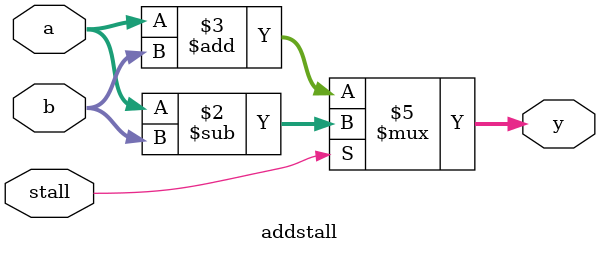
<source format=v>
`timescale 1ns / 1ps


module addstall(
	input wire[31:0] a,b,
	input wire stall,
	output reg[31:0] y
    );

	always@(*)
	begin
	   if(stall)
	       y=a-b;
	   else 
	       y=a+b;
	end
endmodule

</source>
